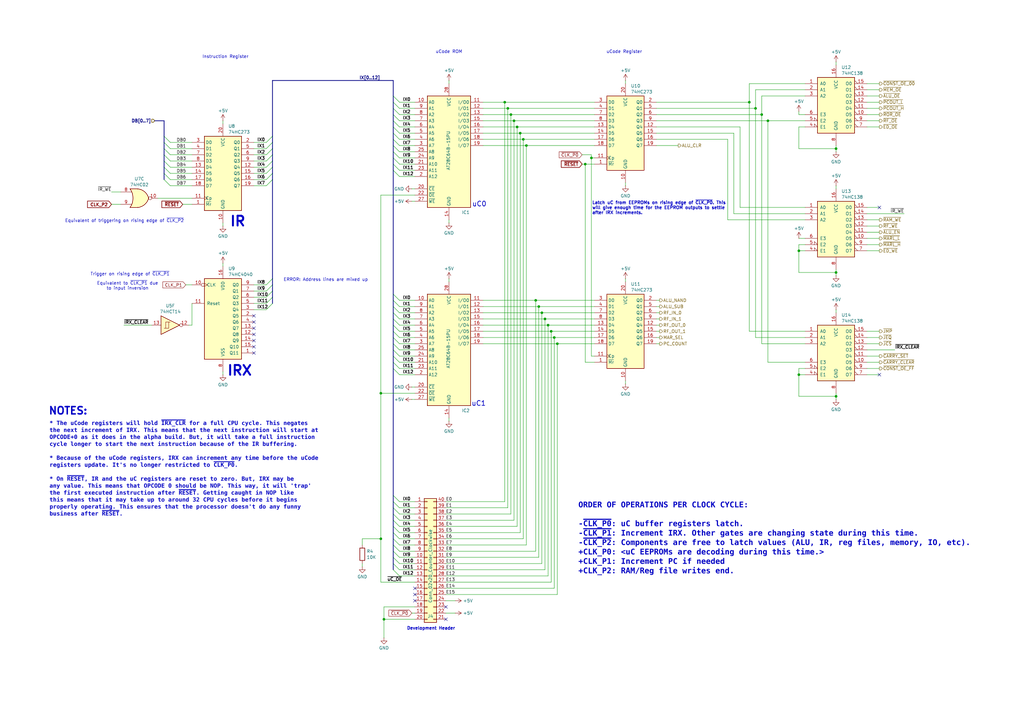
<source format=kicad_sch>
(kicad_sch (version 20231120) (generator "eeschema") (generator_version "8.0")
  (paper "A3")
  (title_block (title "TCPU816") (date "2025-01-31") (rev "1.1") (company "Designed by Kevin Williams - toastland.net") (comment 1 "STILL UNDER DEVELOPMENT"))
  (junction (at 242.57 64.77))
  (junction (at 342.9 162.56))
  (junction (at 223.52 130.81))
  (junction (at 222.25 128.27))
  (junction (at 342.9 111.76))
  (junction (at 312.42 46.99))
  (junction (at 212.09 52.07))
  (junction (at 209.55 46.99))
  (junction (at 307.34 41.91))
  (junction (at 227.33 138.43))
  (junction (at 213.36 54.61))
  (junction (at 327.66 102.87))
  (junction (at 314.96 49.53))
  (junction (at 157.48 254))
  (junction (at 240.03 67.31))
  (junction (at 207.01 41.91))
  (junction (at 219.71 123.19))
  (junction (at 342.9 60.96))
  (junction (at 309.88 44.45))
  (junction (at 215.9 59.69))
  (junction (at 327.66 153.67))
  (junction (at 156.21 161.29))
  (junction (at 208.28 44.45))
  (junction (at 210.82 49.53))
  (junction (at 224.79 133.35))
  (junction (at 226.06 135.89))
  (junction (at 156.21 220.98))
  (junction (at 214.63 57.15))
  (junction (at 220.98 125.73))
  (junction (at 228.6 140.97))
  (no_connect (at 170.18 246.38))
  (no_connect (at 104.14 132.08))
  (no_connect (at 104.14 139.7))
  (no_connect (at 104.14 129.54))
  (no_connect (at 104.14 137.16))
  (no_connect (at 170.18 243.84))
  (no_connect (at 170.18 241.3))
  (no_connect (at 182.88 248.92))
  (no_connect (at 360.68 85.09))
  (no_connect (at 104.14 134.62))
  (no_connect (at 104.14 144.78))
  (no_connect (at 104.14 142.24))
  (no_connect (at 360.68 153.67))
  (no_connect (at 182.88 254))
  (bus_entry (at 161.29 130.81) (size 2.54 2.54))
  (bus_entry (at 161.29 215.9) (size 2.54 2.54))
  (bus_entry (at 161.29 140.97) (size 2.54 2.54))
  (bus_entry (at 161.29 208.28) (size 2.54 2.54))
  (bus_entry (at 67.31 58.42) (size 2.54 2.54))
  (bus_entry (at 161.29 49.53) (size 2.54 2.54))
  (bus_entry (at 161.29 57.15) (size 2.54 2.54))
  (bus_entry (at 67.31 68.58) (size 2.54 2.54))
  (bus_entry (at 109.22 73.66) (size 2.54 -2.54))
  (bus_entry (at 109.22 66.04) (size 2.54 -2.54))
  (bus_entry (at 109.22 58.42) (size 2.54 -2.54))
  (bus_entry (at 161.29 143.51) (size 2.54 2.54))
  (bus_entry (at 161.29 62.23) (size 2.54 2.54))
  (bus_entry (at 161.29 203.2) (size 2.54 2.54))
  (bus_entry (at 161.29 67.31) (size 2.54 2.54))
  (bus_entry (at 161.29 151.13) (size 2.54 2.54))
  (bus_entry (at 161.29 226.06) (size 2.54 2.54))
  (bus_entry (at 161.29 120.65) (size 2.54 2.54))
  (bus_entry (at 67.31 60.96) (size 2.54 2.54))
  (bus_entry (at 67.31 63.5) (size 2.54 2.54))
  (bus_entry (at 161.29 52.07) (size 2.54 2.54))
  (bus_entry (at 109.22 121.92) (size 2.54 -2.54))
  (bus_entry (at 109.22 71.12) (size 2.54 -2.54))
  (bus_entry (at 109.22 68.58) (size 2.54 -2.54))
  (bus_entry (at 67.31 55.88) (size 2.54 2.54))
  (bus_entry (at 161.29 39.37) (size 2.54 2.54))
  (bus_entry (at 161.29 231.14) (size 2.54 2.54))
  (bus_entry (at 109.22 124.46) (size 2.54 -2.54))
  (bus_entry (at 161.29 205.74) (size 2.54 2.54))
  (bus_entry (at 161.29 44.45) (size 2.54 2.54))
  (bus_entry (at 161.29 228.6) (size 2.54 2.54))
  (bus_entry (at 109.22 116.84) (size 2.54 -2.54))
  (bus_entry (at 161.29 220.98) (size 2.54 2.54))
  (bus_entry (at 161.29 218.44) (size 2.54 2.54))
  (bus_entry (at 161.29 64.77) (size 2.54 2.54))
  (bus_entry (at 161.29 69.85) (size 2.54 2.54))
  (bus_entry (at 109.22 119.38) (size 2.54 -2.54))
  (bus_entry (at 161.29 54.61) (size 2.54 2.54))
  (bus_entry (at 161.29 210.82) (size 2.54 2.54))
  (bus_entry (at 67.31 73.66) (size 2.54 2.54))
  (bus_entry (at 161.29 128.27) (size 2.54 2.54))
  (bus_entry (at 161.29 59.69) (size 2.54 2.54))
  (bus_entry (at 161.29 146.05) (size 2.54 2.54))
  (bus_entry (at 161.29 213.36) (size 2.54 2.54))
  (bus_entry (at 109.22 127) (size 2.54 -2.54))
  (bus_entry (at 161.29 41.91) (size 2.54 2.54))
  (bus_entry (at 67.31 71.12) (size 2.54 2.54))
  (bus_entry (at 161.29 138.43) (size 2.54 2.54))
  (bus_entry (at 161.29 233.68) (size 2.54 2.54))
  (bus_entry (at 161.29 125.73) (size 2.54 2.54))
  (bus_entry (at 109.22 60.96) (size 2.54 -2.54))
  (bus_entry (at 67.31 66.04) (size 2.54 2.54))
  (bus_entry (at 109.22 63.5) (size 2.54 -2.54))
  (bus_entry (at 161.29 133.35) (size 2.54 2.54))
  (bus_entry (at 161.29 123.19) (size 2.54 2.54))
  (bus_entry (at 161.29 223.52) (size 2.54 2.54))
  (bus_entry (at 161.29 46.99) (size 2.54 2.54))
  (bus_entry (at 161.29 135.89) (size 2.54 2.54))
  (bus_entry (at 109.22 76.2) (size 2.54 -2.54))
  (bus_entry (at 161.29 148.59) (size 2.54 2.54))
  (wire (pts (xy 64.77 81.28) (xy 78.74 81.28)))
  (wire (pts (xy 163.83 133.35) (xy 170.18 133.35)))
  (bus (pts (xy 161.29 208.28) (xy 161.29 210.82)))
  (wire (pts (xy 198.12 46.99) (xy 209.55 46.99)))
  (bus (pts (xy 161.29 203.2) (xy 161.29 205.74)))
  (wire (pts (xy 45.72 78.74) (xy 49.53 78.74)))
  (wire (pts (xy 238.76 67.31) (xy 240.03 67.31)))
  (wire (pts (xy 215.9 223.52) (xy 182.88 223.52)))
  (wire (pts (xy 312.42 46.99) (xy 312.42 39.37)))
  (wire (pts (xy 227.33 138.43) (xy 243.84 138.43)))
  (wire (pts (xy 269.24 130.81) (xy 270.51 130.81)))
  (bus (pts (xy 161.29 62.23) (xy 161.29 59.69)))
  (wire (pts (xy 222.25 231.14) (xy 222.25 128.27)))
  (wire (pts (xy 184.15 114.3) (xy 184.15 115.57)))
  (wire (pts (xy 163.83 44.45) (xy 170.18 44.45)))
  (wire (pts (xy 269.24 49.53) (xy 314.96 49.53)))
  (wire (pts (xy 168.91 158.75) (xy 170.18 158.75)))
  (wire (pts (xy 269.24 44.45) (xy 309.88 44.45)))
  (wire (pts (xy 163.83 72.39) (xy 170.18 72.39)))
  (wire (pts (xy 163.83 215.9) (xy 170.18 215.9)))
  (bus (pts (xy 161.29 135.89) (xy 161.29 133.35)))
  (wire (pts (xy 69.85 68.58) (xy 78.74 68.58)))
  (wire (pts (xy 215.9 59.69) (xy 243.84 59.69)))
  (wire (pts (xy 220.98 228.6) (xy 220.98 125.73)))
  (wire (pts (xy 342.9 111.76) (xy 342.9 113.03)))
  (wire (pts (xy 198.12 59.69) (xy 215.9 59.69)))
  (wire (pts (xy 355.6 135.89) (xy 360.68 135.89)))
  (wire (pts (xy 222.25 128.27) (xy 243.84 128.27)))
  (wire (pts (xy 208.28 44.45) (xy 208.28 208.28)))
  (wire (pts (xy 342.9 25.4) (xy 342.9 26.67)))
  (wire (pts (xy 163.83 67.31) (xy 170.18 67.31)))
  (wire (pts (xy 156.21 238.76) (xy 170.18 238.76)))
  (wire (pts (xy 330.2 90.17) (xy 298.45 90.17)))
  (bus (pts (xy 161.29 133.35) (xy 161.29 130.81)))
  (wire (pts (xy 219.71 123.19) (xy 243.84 123.19)))
  (wire (pts (xy 223.52 130.81) (xy 243.84 130.81)))
  (wire (pts (xy 307.34 34.29) (xy 330.2 34.29)))
  (wire (pts (xy 157.48 254) (xy 170.18 254)))
  (bus (pts (xy 161.29 226.06) (xy 161.29 228.6)))
  (bus (pts (xy 161.29 205.74) (xy 161.29 208.28)))
  (wire (pts (xy 227.33 241.3) (xy 227.33 138.43)))
  (wire (pts (xy 298.45 90.17) (xy 298.45 57.15)))
  (wire (pts (xy 163.83 46.99) (xy 170.18 46.99)))
  (wire (pts (xy 198.12 123.19) (xy 219.71 123.19)))
  (wire (pts (xy 91.44 107.95) (xy 91.44 109.22)))
  (wire (pts (xy 207.01 41.91) (xy 207.01 205.74)))
  (bus (pts (xy 67.31 73.66) (xy 67.31 71.12)))
  (bus (pts (xy 161.29 151.13) (xy 161.29 203.2)))
  (wire (pts (xy 104.14 71.12) (xy 109.22 71.12)))
  (wire (pts (xy 163.83 140.97) (xy 170.18 140.97)))
  (wire (pts (xy 104.14 60.96) (xy 109.22 60.96)))
  (wire (pts (xy 198.12 133.35) (xy 224.79 133.35)))
  (wire (pts (xy 163.83 135.89) (xy 170.18 135.89)))
  (wire (pts (xy 163.83 62.23) (xy 170.18 62.23)))
  (wire (pts (xy 198.12 54.61) (xy 213.36 54.61)))
  (wire (pts (xy 69.85 60.96) (xy 78.74 60.96)))
  (wire (pts (xy 243.84 64.77) (xy 242.57 64.77)))
  (wire (pts (xy 355.6 49.53) (xy 360.68 49.53)))
  (wire (pts (xy 182.88 238.76) (xy 226.06 238.76)))
  (wire (pts (xy 163.83 233.68) (xy 170.18 233.68)))
  (wire (pts (xy 355.6 95.25) (xy 360.68 95.25)))
  (wire (pts (xy 163.83 146.05) (xy 170.18 146.05)))
  (wire (pts (xy 269.24 46.99) (xy 312.42 46.99)))
  (wire (pts (xy 208.28 44.45) (xy 243.84 44.45)))
  (wire (pts (xy 74.93 83.82) (xy 78.74 83.82)))
  (bus (pts (xy 67.31 68.58) (xy 67.31 66.04)))
  (wire (pts (xy 303.53 85.09) (xy 303.53 52.07)))
  (wire (pts (xy 163.83 213.36) (xy 170.18 213.36)))
  (wire (pts (xy 256.54 33.02) (xy 256.54 34.29)))
  (wire (pts (xy 314.96 49.53) (xy 330.2 49.53)))
  (wire (pts (xy 327.66 162.56) (xy 327.66 153.67)))
  (wire (pts (xy 198.12 52.07) (xy 212.09 52.07)))
  (bus (pts (xy 161.29 213.36) (xy 161.29 215.9)))
  (wire (pts (xy 342.9 127) (xy 342.9 128.27)))
  (wire (pts (xy 256.54 114.3) (xy 256.54 115.57)))
  (wire (pts (xy 327.66 52.07) (xy 327.66 60.96)))
  (wire (pts (xy 104.14 116.84) (xy 109.22 116.84)))
  (wire (pts (xy 269.24 125.73) (xy 270.51 125.73)))
  (wire (pts (xy 224.79 133.35) (xy 243.84 133.35)))
  (wire (pts (xy 242.57 146.05) (xy 243.84 146.05)))
  (bus (pts (xy 111.76 71.12) (xy 111.76 68.58)))
  (bus (pts (xy 63.5 49.53) (xy 67.31 49.53)))
  (bus (pts (xy 161.29 69.85) (xy 161.29 67.31)))
  (wire (pts (xy 224.79 236.22) (xy 224.79 133.35)))
  (wire (pts (xy 214.63 220.98) (xy 182.88 220.98)))
  (bus (pts (xy 161.29 125.73) (xy 161.29 123.19)))
  (wire (pts (xy 307.34 41.91) (xy 307.34 34.29)))
  (wire (pts (xy 214.63 57.15) (xy 214.63 220.98)))
  (wire (pts (xy 69.85 73.66) (xy 78.74 73.66)))
  (wire (pts (xy 104.14 63.5) (xy 109.22 63.5)))
  (wire (pts (xy 355.6 143.51) (xy 367.03 143.51)))
  (wire (pts (xy 327.66 151.13) (xy 330.2 151.13)))
  (wire (pts (xy 163.83 69.85) (xy 170.18 69.85)))
  (wire (pts (xy 198.12 140.97) (xy 228.6 140.97)))
  (wire (pts (xy 327.66 45.72) (xy 327.66 46.99)))
  (bus (pts (xy 161.29 228.6) (xy 161.29 231.14)))
  (wire (pts (xy 309.88 138.43) (xy 309.88 44.45)))
  (wire (pts (xy 156.21 220.98) (xy 156.21 238.76)))
  (wire (pts (xy 163.83 130.81) (xy 170.18 130.81)))
  (wire (pts (xy 214.63 57.15) (xy 243.84 57.15)))
  (wire (pts (xy 209.55 46.99) (xy 243.84 46.99)))
  (bus (pts (xy 111.76 66.04) (xy 111.76 63.5)))
  (wire (pts (xy 207.01 41.91) (xy 243.84 41.91)))
  (wire (pts (xy 148.59 220.98) (xy 156.21 220.98)))
  (wire (pts (xy 355.6 153.67) (xy 360.68 153.67)))
  (wire (pts (xy 242.57 64.77) (xy 242.57 146.05)))
  (wire (pts (xy 198.12 135.89) (xy 226.06 135.89)))
  (wire (pts (xy 182.88 231.14) (xy 222.25 231.14)))
  (wire (pts (xy 342.9 162.56) (xy 327.66 162.56)))
  (wire (pts (xy 355.6 92.71) (xy 360.68 92.71)))
  (wire (pts (xy 269.24 138.43) (xy 270.51 138.43)))
  (wire (pts (xy 76.2 116.84) (xy 78.74 116.84)))
  (wire (pts (xy 355.6 44.45) (xy 360.68 44.45)))
  (bus (pts (xy 161.29 140.97) (xy 161.29 138.43)))
  (wire (pts (xy 355.6 148.59) (xy 360.68 148.59)))
  (wire (pts (xy 212.09 215.9) (xy 182.88 215.9)))
  (wire (pts (xy 269.24 59.69) (xy 278.13 59.69)))
  (bus (pts (xy 161.29 218.44) (xy 161.29 220.98)))
  (wire (pts (xy 148.59 223.52) (xy 148.59 220.98)))
  (wire (pts (xy 184.15 90.17) (xy 184.15 91.44)))
  (wire (pts (xy 182.88 251.46) (xy 186.69 251.46)))
  (wire (pts (xy 269.24 52.07) (xy 303.53 52.07)))
  (wire (pts (xy 269.24 140.97) (xy 270.51 140.97)))
  (bus (pts (xy 67.31 55.88) (xy 67.31 49.53)))
  (bus (pts (xy 161.29 220.98) (xy 161.29 223.52)))
  (wire (pts (xy 91.44 152.4) (xy 91.44 153.67)))
  (wire (pts (xy 163.83 228.6) (xy 170.18 228.6)))
  (bus (pts (xy 67.31 58.42) (xy 67.31 55.88)))
  (wire (pts (xy 327.66 153.67) (xy 330.2 153.67)))
  (wire (pts (xy 69.85 76.2) (xy 78.74 76.2)))
  (wire (pts (xy 355.6 34.29) (xy 360.68 34.29)))
  (wire (pts (xy 210.82 49.53) (xy 243.84 49.53)))
  (wire (pts (xy 269.24 123.19) (xy 270.51 123.19)))
  (bus (pts (xy 161.29 146.05) (xy 161.29 143.51)))
  (wire (pts (xy 148.59 231.14) (xy 148.59 232.41)))
  (wire (pts (xy 104.14 66.04) (xy 109.22 66.04)))
  (wire (pts (xy 330.2 138.43) (xy 309.88 138.43)))
  (wire (pts (xy 240.03 148.59) (xy 243.84 148.59)))
  (wire (pts (xy 156.21 161.29) (xy 156.21 220.98)))
  (wire (pts (xy 355.6 85.09) (xy 360.68 85.09)))
  (wire (pts (xy 242.57 63.5) (xy 242.57 64.77)))
  (wire (pts (xy 163.83 223.52) (xy 170.18 223.52)))
  (wire (pts (xy 355.6 151.13) (xy 360.68 151.13)))
  (wire (pts (xy 182.88 236.22) (xy 224.79 236.22)))
  (wire (pts (xy 330.2 135.89) (xy 307.34 135.89)))
  (wire (pts (xy 355.6 97.79) (xy 360.68 97.79)))
  (wire (pts (xy 342.9 76.2) (xy 342.9 77.47)))
  (wire (pts (xy 207.01 205.74) (xy 182.88 205.74)))
  (wire (pts (xy 163.83 236.22) (xy 170.18 236.22)))
  (wire (pts (xy 327.66 102.87) (xy 327.66 111.76)))
  (wire (pts (xy 223.52 233.68) (xy 223.52 130.81)))
  (bus (pts (xy 67.31 66.04) (xy 67.31 63.5)))
  (wire (pts (xy 156.21 80.01) (xy 170.18 80.01)))
  (wire (pts (xy 182.88 243.84) (xy 228.6 243.84)))
  (bus (pts (xy 67.31 60.96) (xy 67.31 58.42)))
  (bus (pts (xy 161.29 54.61) (xy 161.29 52.07)))
  (wire (pts (xy 212.09 52.07) (xy 212.09 215.9)))
  (wire (pts (xy 163.83 210.82) (xy 170.18 210.82)))
  (wire (pts (xy 314.96 49.53) (xy 314.96 148.59)))
  (wire (pts (xy 355.6 100.33) (xy 360.68 100.33)))
  (bus (pts (xy 161.29 41.91) (xy 161.29 39.37)))
  (wire (pts (xy 312.42 39.37) (xy 330.2 39.37)))
  (wire (pts (xy 228.6 140.97) (xy 243.84 140.97)))
  (wire (pts (xy 163.83 220.98) (xy 170.18 220.98)))
  (wire (pts (xy 355.6 41.91) (xy 360.68 41.91)))
  (bus (pts (xy 161.29 64.77) (xy 161.29 62.23)))
  (bus (pts (xy 111.76 121.92) (xy 111.76 119.38)))
  (bus (pts (xy 161.29 215.9) (xy 161.29 218.44)))
  (wire (pts (xy 309.88 36.83) (xy 330.2 36.83)))
  (wire (pts (xy 163.83 231.14) (xy 170.18 231.14)))
  (wire (pts (xy 330.2 87.63) (xy 300.99 87.63)))
  (wire (pts (xy 104.14 119.38) (xy 109.22 119.38)))
  (wire (pts (xy 213.36 54.61) (xy 213.36 218.44)))
  (wire (pts (xy 198.12 128.27) (xy 222.25 128.27)))
  (wire (pts (xy 163.83 123.19) (xy 170.18 123.19)))
  (wire (pts (xy 342.9 162.56) (xy 342.9 163.83)))
  (wire (pts (xy 307.34 135.89) (xy 307.34 41.91)))
  (wire (pts (xy 50.8 133.35) (xy 62.23 133.35)))
  (wire (pts (xy 342.9 62.23) (xy 342.9 60.96)))
  (bus (pts (xy 111.76 33.02) (xy 161.29 33.02)))
  (wire (pts (xy 45.72 83.82) (xy 49.53 83.82)))
  (wire (pts (xy 182.88 246.38) (xy 186.69 246.38)))
  (wire (pts (xy 168.91 251.46) (xy 170.18 251.46)))
  (wire (pts (xy 327.66 100.33) (xy 327.66 102.87)))
  (wire (pts (xy 327.66 102.87) (xy 330.2 102.87)))
  (wire (pts (xy 182.88 241.3) (xy 227.33 241.3)))
  (wire (pts (xy 256.54 74.93) (xy 256.54 76.2)))
  (wire (pts (xy 104.14 124.46) (xy 109.22 124.46)))
  (bus (pts (xy 161.29 148.59) (xy 161.29 146.05)))
  (wire (pts (xy 198.12 130.81) (xy 223.52 130.81)))
  (wire (pts (xy 355.6 46.99) (xy 360.68 46.99)))
  (wire (pts (xy 168.91 82.55) (xy 170.18 82.55)))
  (wire (pts (xy 309.88 44.45) (xy 309.88 36.83)))
  (wire (pts (xy 355.6 39.37) (xy 360.68 39.37)))
  (wire (pts (xy 104.14 73.66) (xy 109.22 73.66)))
  (wire (pts (xy 198.12 41.91) (xy 207.01 41.91)))
  (wire (pts (xy 198.12 44.45) (xy 208.28 44.45)))
  (bus (pts (xy 161.29 128.27) (xy 161.29 125.73)))
  (wire (pts (xy 215.9 59.69) (xy 215.9 223.52)))
  (wire (pts (xy 91.44 91.44) (xy 91.44 92.71)))
  (wire (pts (xy 327.66 111.76) (xy 342.9 111.76)))
  (wire (pts (xy 157.48 248.92) (xy 157.48 254)))
  (wire (pts (xy 104.14 76.2) (xy 109.22 76.2)))
  (bus (pts (xy 111.76 73.66) (xy 111.76 71.12)))
  (wire (pts (xy 210.82 49.53) (xy 210.82 213.36)))
  (wire (pts (xy 163.83 52.07) (xy 170.18 52.07)))
  (bus (pts (xy 161.29 44.45) (xy 161.29 41.91)))
  (wire (pts (xy 226.06 238.76) (xy 226.06 135.89)))
  (wire (pts (xy 330.2 85.09) (xy 303.53 85.09)))
  (bus (pts (xy 161.29 210.82) (xy 161.29 213.36)))
  (wire (pts (xy 256.54 156.21) (xy 256.54 157.48)))
  (wire (pts (xy 163.83 54.61) (xy 170.18 54.61)))
  (wire (pts (xy 69.85 71.12) (xy 78.74 71.12)))
  (wire (pts (xy 327.66 97.79) (xy 330.2 97.79)))
  (bus (pts (xy 161.29 143.51) (xy 161.29 140.97)))
  (wire (pts (xy 327.66 153.67) (xy 327.66 151.13)))
  (wire (pts (xy 327.66 46.99) (xy 330.2 46.99)))
  (wire (pts (xy 163.83 205.74) (xy 170.18 205.74)))
  (wire (pts (xy 163.83 59.69) (xy 170.18 59.69)))
  (wire (pts (xy 269.24 54.61) (xy 300.99 54.61)))
  (wire (pts (xy 163.83 208.28) (xy 170.18 208.28)))
  (wire (pts (xy 182.88 228.6) (xy 220.98 228.6)))
  (wire (pts (xy 69.85 58.42) (xy 78.74 58.42)))
  (bus (pts (xy 161.29 67.31) (xy 161.29 64.77)))
  (wire (pts (xy 104.14 68.58) (xy 109.22 68.58)))
  (wire (pts (xy 209.55 210.82) (xy 182.88 210.82)))
  (wire (pts (xy 269.24 135.89) (xy 270.51 135.89)))
  (wire (pts (xy 240.03 67.31) (xy 240.03 148.59)))
  (bus (pts (xy 67.31 71.12) (xy 67.31 68.58)))
  (bus (pts (xy 111.76 68.58) (xy 111.76 66.04)))
  (bus (pts (xy 161.29 231.14) (xy 161.29 233.68)))
  (wire (pts (xy 213.36 218.44) (xy 182.88 218.44)))
  (wire (pts (xy 157.48 261.62) (xy 157.48 254)))
  (wire (pts (xy 327.66 52.07) (xy 330.2 52.07)))
  (bus (pts (xy 111.76 124.46) (xy 111.76 121.92)))
  (wire (pts (xy 156.21 161.29) (xy 156.21 80.01)))
  (bus (pts (xy 161.29 223.52) (xy 161.29 226.06)))
  (wire (pts (xy 170.18 161.29) (xy 156.21 161.29)))
  (wire (pts (xy 198.12 49.53) (xy 210.82 49.53)))
  (wire (pts (xy 198.12 57.15) (xy 214.63 57.15)))
  (bus (pts (xy 67.31 63.5) (xy 67.31 60.96)))
  (bus (pts (xy 161.29 57.15) (xy 161.29 54.61)))
  (wire (pts (xy 182.88 233.68) (xy 223.52 233.68)))
  (wire (pts (xy 355.6 138.43) (xy 360.68 138.43)))
  (bus (pts (xy 111.76 114.3) (xy 111.76 73.66)))
  (bus (pts (xy 111.76 63.5) (xy 111.76 60.96)))
  (bus (pts (xy 111.76 33.02) (xy 111.76 55.88)))
  (wire (pts (xy 198.12 125.73) (xy 220.98 125.73)))
  (wire (pts (xy 269.24 57.15) (xy 298.45 57.15)))
  (wire (pts (xy 163.83 218.44) (xy 170.18 218.44)))
  (wire (pts (xy 342.9 161.29) (xy 342.9 162.56)))
  (wire (pts (xy 342.9 111.76) (xy 342.9 110.49)))
  (wire (pts (xy 330.2 140.97) (xy 312.42 140.97)))
  (wire (pts (xy 243.84 67.31) (xy 240.03 67.31)))
  (bus (pts (xy 111.76 116.84) (xy 111.76 114.3)))
  (wire (pts (xy 220.98 125.73) (xy 243.84 125.73)))
  (wire (pts (xy 163.83 41.91) (xy 170.18 41.91)))
  (wire (pts (xy 330.2 100.33) (xy 327.66 100.33)))
  (wire (pts (xy 104.14 58.42) (xy 109.22 58.42)))
  (wire (pts (xy 213.36 54.61) (xy 243.84 54.61)))
  (wire (pts (xy 69.85 63.5) (xy 78.74 63.5)))
  (bus (pts (xy 161.29 39.37) (xy 161.29 33.02)))
  (wire (pts (xy 163.83 151.13) (xy 170.18 151.13)))
  (wire (pts (xy 210.82 213.36) (xy 182.88 213.36)))
  (wire (pts (xy 78.74 133.35) (xy 78.74 124.46)))
  (bus (pts (xy 161.29 59.69) (xy 161.29 57.15)))
  (wire (pts (xy 208.28 208.28) (xy 182.88 208.28)))
  (wire (pts (xy 212.09 52.07) (xy 243.84 52.07)))
  (wire (pts (xy 300.99 87.63) (xy 300.99 54.61)))
  (wire (pts (xy 269.24 133.35) (xy 270.51 133.35)))
  (bus (pts (xy 161.29 52.07) (xy 161.29 49.53)))
  (wire (pts (xy 219.71 123.19) (xy 219.71 226.06)))
  (wire (pts (xy 327.66 60.96) (xy 342.9 60.96)))
  (wire (pts (xy 104.14 121.92) (xy 109.22 121.92)))
  (wire (pts (xy 69.85 66.04) (xy 78.74 66.04)))
  (wire (pts (xy 168.91 77.47) (xy 170.18 77.47)))
  (wire (pts (xy 355.6 52.07) (xy 360.68 52.07)))
  (wire (pts (xy 104.14 127) (xy 109.22 127)))
  (wire (pts (xy 163.83 153.67) (xy 170.18 153.67)))
  (bus (pts (xy 111.76 60.96) (xy 111.76 58.42)))
  (wire (pts (xy 163.83 143.51) (xy 170.18 143.51)))
  (wire (pts (xy 91.44 49.53) (xy 91.44 50.8)))
  (wire (pts (xy 228.6 140.97) (xy 228.6 243.84)))
  (wire (pts (xy 163.83 64.77) (xy 170.18 64.77)))
  (wire (pts (xy 355.6 87.63) (xy 370.84 87.63)))
  (wire (pts (xy 163.83 57.15) (xy 170.18 57.15)))
  (wire (pts (xy 163.83 125.73) (xy 170.18 125.73)))
  (wire (pts (xy 226.06 135.89) (xy 243.84 135.89)))
  (wire (pts (xy 209.55 46.99) (xy 209.55 210.82)))
  (wire (pts (xy 269.24 128.27) (xy 270.51 128.27)))
  (wire (pts (xy 163.83 148.59) (xy 170.18 148.59)))
  (wire (pts (xy 163.83 226.06) (xy 170.18 226.06)))
  (wire (pts (xy 312.42 140.97) (xy 312.42 46.99)))
  (wire (pts (xy 355.6 102.87) (xy 360.68 102.87)))
  (wire (pts (xy 355.6 140.97) (xy 360.68 140.97)))
  (wire (pts (xy 163.83 49.53) (xy 170.18 49.53)))
  (wire (pts (xy 168.91 163.83) (xy 170.18 163.83)))
  (wire (pts (xy 184.15 171.45) (xy 184.15 172.72)))
  (bus (pts (xy 161.29 138.43) (xy 161.29 135.89)))
  (wire (pts (xy 269.24 41.91) (xy 307.34 41.91)))
  (wire (pts (xy 355.6 146.05) (xy 360.68 146.05)))
  (wire (pts (xy 342.9 60.96) (xy 342.9 59.69)))
  (wire (pts (xy 198.12 138.43) (xy 227.33 138.43)))
  (bus (pts (xy 161.29 130.81) (xy 161.29 128.27)))
  (bus (pts (xy 161.29 151.13) (xy 161.29 148.59)))
  (bus (pts (xy 161.29 123.19) (xy 161.29 120.65)))
  (wire (pts (xy 184.15 33.02) (xy 184.15 34.29)))
  (bus (pts (xy 111.76 58.42) (xy 111.76 55.88)))
  (wire (pts (xy 157.48 248.92) (xy 170.18 248.92)))
  (bus (pts (xy 161.29 46.99) (xy 161.29 44.45)))
  (wire (pts (xy 355.6 90.17) (xy 360.68 90.17)))
  (wire (pts (xy 314.96 148.59) (xy 330.2 148.59)))
  (wire (pts (xy 163.83 138.43) (xy 170.18 138.43)))
  (wire (pts (xy 219.71 226.06) (xy 182.88 226.06)))
  (wire (pts (xy 355.6 36.83) (xy 360.68 36.83)))
  (bus (pts (xy 161.29 120.65) (xy 161.29 69.85)))
  (wire (pts (xy 77.47 133.35) (xy 78.74 133.35)))
  (wire (pts (xy 163.83 128.27) (xy 170.18 128.27)))
  (bus (pts (xy 111.76 119.38) (xy 111.76 116.84)))
  (wire (pts (xy 238.76 63.5) (xy 242.57 63.5)))
  (bus (pts (xy 161.29 49.53) (xy 161.29 46.99)))
  (text "uC0" (at 196.596 83.82 0) (effects (font (size 2 2) (thickness 0.254) (bold yes))))
  (text "IR" (at 97.536 90.932 0) (effects (font (size 4 4) (thickness 0.8) (bold yes))))
  (text "IRX\n" (at 98.298 152.146 0) (effects (font (size 4 4) (thickness 0.8) (bold yes))))
  (text "Development Header" (at 176.784 257.81 0) (effects (font (size 1.27 1.27) (bold yes))))
  (text "Equivalent to ~{CLK_P1} due\nto input inversion" (at 52.324 117.348 0) (effects (font (size 1.27 1.27))))
  (text "Instruction Register" (at 92.456 23.368 0) (effects (font (size 1.27 1.27))))
  (text "Trigger on rising edge of ~{CLK_P1}" (at 53.34 112.522 0) (effects (font (size 1.27 1.27))))
  (text "* The uCode registers will hold ~{IRX_CLR} for a full CPU cycle. This negates\nthe next increment of IRX. This means that the next instruction will start at \nOPCODE+0 as it does in the alpha build. But, it will take a full instruction\ncycle longer to start the next instruction because of the IR buffering.\n\n* Because of the uCode registers, IRX can increment any time before the uCode\nregisters update. It's no longer restricted to ~{CLK_P0}.\n\n* On ~{RESET}, IR and the uC registers are reset to zero. But, IRX may be\nany value. This means that OPCODE 0 should be NOP. This way, it will 'trap'\nthe first executed instruction after ~{RESET}. Getting caught in NOP like \nthis means that it may take up to around 32 CPU cycles before it begins\nproperly operating. This ensures that the processor doesn't do any funny\nbusiness after ~{RESET}." (at 20.32 193.04 0) (effects (font (size 1.7 1.7) (thickness 0.34) (bold yes)) (justify left)))
  (text "ORDER OF OPERATIONS PER CLOCK CYCLE:\n\n-~{CLK_P0}: uC buffer registers latch.\n-~{CLK_P1}: Increment IRX. Other gates are changing state during this time.\n-~{CLK_P2}: Components are free to latch values (ALU, IR, reg files, memory, IO, etc).\n+CLK_P0: <uC EEPROMs are decoding during this time.>\n+CLK_P1: Increment PC if needed\n+CLK_P2: RAM/Reg file writes end." (at 237.236 221.488 0) (effects (font (size 2.3 2.3) (bold yes)) (justify left)))
  (text "uCode Register" (at 256.032 21.336 0) (effects (font (size 1.27 1.27))))
  (text "uC1" (at 196.342 165.608 0) (effects (font (size 2 2) (thickness 0.254) (bold yes))))
  (text "uCode ROM" (at 184.15 21.336 0) (effects (font (size 1.27 1.27))))
  (text "NOTES:" (at 27.94 168.656 0) (effects (font (size 3 3) (thickness 0.6) (bold yes))))
  (text "Latch uC from EEPROMs on rising edge of ~{CLK_P0}. This\nwill give enough time for the EEPROM outputs to settle\nafter IRX increments." (at 242.824 85.344 0) (effects (font (size 1.27 1.27) (bold yes)) (justify left)))
  (text "ERROR: Address lines are mixed up" (at 133.604 114.808 0) (effects (font (size 1.27 1.27))))
  (text "Equivalent of triggering on rising edge of ~{CLK_P2}" (at 51.054 90.678 0) (effects (font (size 1.27 1.27))))
  (label "IX[0..12]" (at 147.32 33.02 0) (effects (font (bold yes))))
  (label "IX2" (at 165.1 46.99 0) (effects (font (bold yes))))
  (label "IX4" (at 165.1 52.07 0) (effects (font (bold yes))))
  (label "E15" (at 182.88 243.84 0))
  (label "DB2" (at 72.39 63.5 0))
  (label "IX12" (at 165.1 236.22 0) (effects (font (bold yes))))
  (label "E2" (at 182.88 210.82 0))
  (label "DB3" (at 72.39 66.04 0))
  (label "E5" (at 182.88 218.44 0))
  (label "DB1" (at 72.39 60.96 0))
  (label "~{IRX_CLEAR}" (at 50.8 133.35 0) (effects (font (bold yes))))
  (label "IX8" (at 165.1 62.23 0) (effects (font (bold yes))))
  (label "E11" (at 182.88 233.68 0))
  (label "IX3" (at 105.41 66.04 0) (effects (font (bold yes))))
  (label "IX12" (at 165.1 153.67 0) (effects (font (bold yes))))
  (label "IX8" (at 105.41 116.84 0) (effects (font (bold yes))))
  (label "IX0" (at 165.1 41.91 0) (effects (font (bold yes))))
  (label "IX1" (at 165.1 44.45 0) (effects (font (bold yes))))
  (label "E4" (at 182.88 215.9 0))
  (label "E12" (at 182.88 236.22 0))
  (label "IX9" (at 165.1 64.77 0) (effects (font (bold yes))))
  (label "IX3" (at 165.1 213.36 0) (effects (font (bold yes))))
  (label "IX2" (at 165.1 128.27 0) (effects (font (bold yes))))
  (label "IX5" (at 165.1 135.89 0) (effects (font (bold yes))))
  (label "DB5" (at 72.39 71.12 0))
  (label "IX9" (at 165.1 228.6 0) (effects (font (bold yes))))
  (label "IX6" (at 105.41 73.66 0) (effects (font (bold yes))))
  (label "IX7" (at 165.1 59.69 0) (effects (font (bold yes))))
  (label "IX1" (at 165.1 125.73 0) (effects (font (bold yes))))
  (label "IX3" (at 165.1 130.81 0) (effects (font (bold yes))))
  (label "DB6" (at 72.39 73.66 0))
  (label "IX2" (at 105.41 63.5 0) (effects (font (bold yes))))
  (label "~{IR_WE}" (at 45.72 78.74 180))
  (label "E8" (at 182.88 226.06 0))
  (label "E0" (at 182.88 205.74 0))
  (label "IX10" (at 165.1 67.31 0) (effects (font (bold yes))))
  (label "IX2" (at 165.1 210.82 0) (effects (font (bold yes))))
  (label "IX3" (at 165.1 49.53 0) (effects (font (bold yes))))
  (label "E13" (at 182.88 238.76 0))
  (label "E14" (at 182.88 241.3 0))
  (label "IX5" (at 165.1 218.44 0) (effects (font (bold yes))))
  (label "E6" (at 182.88 220.98 0))
  (label "~{IR_WE}" (at 370.84 87.63 180))
  (label "IX10" (at 165.1 231.14 0) (effects (font (bold yes))))
  (label "IX6" (at 165.1 220.98 0) (effects (font (bold yes))))
  (label "IX5" (at 105.41 71.12 0) (effects (font (bold yes))))
  (label "IX0" (at 165.1 123.19 0) (effects (font (bold yes))))
  (label "IX12" (at 105.41 127 0) (effects (font (bold yes))))
  (label "IX1" (at 105.41 60.96 0) (effects (font (bold yes))))
  (label "IX11" (at 165.1 69.85 0) (effects (font (bold yes))))
  (label "E9" (at 182.88 228.6 0))
  (label "IX0" (at 105.41 58.42 0) (effects (font (bold yes))))
  (label "IX5" (at 165.1 54.61 0) (effects (font (bold yes))))
  (label "E7" (at 182.88 223.52 0))
  (label "E3" (at 182.88 213.36 0))
  (label "IX9" (at 105.41 119.38 0) (effects (font (bold yes))))
  (label "DB7" (at 72.39 76.2 0))
  (label "~{uC_OE}" (at 158.75 238.76 0) (effects (font (thickness 0.254) (bold yes))))
  (label "E10" (at 182.88 231.14 0))
  (label "IX6" (at 165.1 138.43 0) (effects (font (bold yes))))
  (label "IX4" (at 105.41 68.58 0) (effects (font (bold yes))))
  (label "IX11" (at 105.41 124.46 0) (effects (font (bold yes))))
  (label "IX9" (at 165.1 146.05 0) (effects (font (bold yes))))
  (label "IX11" (at 165.1 151.13 0) (effects (font (bold yes))))
  (label "IX4" (at 165.1 133.35 0) (effects (font (bold yes))))
  (label "IX1" (at 165.1 208.28 0) (effects (font (bold yes))))
  (label "IX7" (at 165.1 223.52 0) (effects (font (bold yes))))
  (label "DB4" (at 72.39 68.58 0))
  (label "IX0" (at 165.1 205.74 0) (effects (font (bold yes))))
  (label "E1" (at 182.88 208.28 0))
  (label "IX10" (at 165.1 148.59 0) (effects (font (bold yes))))
  (label "IX7" (at 105.41 76.2 0) (effects (font (bold yes))))
  (label "IX7" (at 165.1 140.97 0) (effects (font (bold yes))))
  (label "IX12" (at 165.1 72.39 0) (effects (font (bold yes))))
  (label "IX6" (at 165.1 57.15 0) (effects (font (bold yes))))
  (label "IX10" (at 105.41 121.92 0) (effects (font (bold yes))))
  (label "~{IRX_CLEAR}" (at 367.03 143.51 0) (effects (font (bold yes))))
  (label "IX11" (at 165.1 233.68 0) (effects (font (bold yes))))
  (label "IX8" (at 165.1 226.06 0) (effects (font (bold yes))))
  (label "IX8" (at 165.1 143.51 0) (effects (font (bold yes))))
  (label "IX4" (at 165.1 215.9 0) (effects (font (bold yes))))
  (label "DB0" (at 72.39 58.42 0))
  (global_label "~{CLK_P0}" (shape input) (at 238.76 63.5 180) (property "Intersheetrefs" "${INTERSHEET_REFS}" (effects (hide yes))))
  (global_label "~{CLK_P0}" (shape input) (at 168.91 251.46 180) (property "Intersheetrefs" "${INTERSHEET_REFS}" (effects (hide yes))))
  (global_label "~{RESET}" (shape input) (at 238.76 67.31 180) (effects (font (bold yes))) (property "Intersheetrefs" "${INTERSHEET_REFS}" (effects (hide yes))))
  (global_label "~{RESET}" (shape input) (at 74.93 83.82 180) (effects (font (bold yes))) (property "Intersheetrefs" "${INTERSHEET_REFS}" (effects (hide yes))))
  (global_label "CLK_P1" (shape input) (at 76.2 116.84 180) (property "Intersheetrefs" "${INTERSHEET_REFS}" (effects (hide yes))))
  (global_label "CLK_P2" (shape input) (at 45.72 83.82 180) (effects (font (thickness 0.254) (bold yes))) (property "Intersheetrefs" "${INTERSHEET_REFS}" (effects (hide yes))))
  (hierarchical_label "~{~{MARL_L}}" (shape output) (at 360.68 97.79 0))
  (hierarchical_label "~{RF_WE}" (shape output) (at 360.68 92.71 0))
  (hierarchical_label "~{MEM_OE}" (shape output) (at 360.68 36.83 0))
  (hierarchical_label "~{~{MARL_H}}" (shape output) (at 360.68 100.33 0))
  (hierarchical_label "RF_OUT_1" (shape output) (at 270.51 135.89 0))
  (hierarchical_label "~{JCS}" (shape output) (at 360.68 140.97 0))
  (hierarchical_label "~{ROR_OE}" (shape output) (at 360.68 46.99 0))
  (hierarchical_label "MAR_SEL" (shape output) (at 270.51 138.43 0))
  (hierarchical_label "ALU_CLR" (shape output) (at 278.13 59.69 0))
  (hierarchical_label "~{JMP}" (shape output) (at 360.68 135.89 0))
  (hierarchical_label "RF_IN_1" (shape output) (at 270.51 130.81 0))
  (hierarchical_label "ALU_NAND" (shape output) (at 270.51 123.19 0))
  (hierarchical_label "~{ALU_EN}" (shape output) (at 360.68 95.25 0))
  (hierarchical_label "RF_IN_0" (shape output) (at 270.51 128.27 0))
  (hierarchical_label "~{RF_OE}" (shape output) (at 360.68 49.53 0))
  (hierarchical_label "~{RAM_WE}" (shape output) (at 360.68 90.17 0))
  (hierarchical_label "~{CARRY_CLEAR}" (shape output) (at 360.68 148.59 0))
  (hierarchical_label "~{CARRY_SET}" (shape output) (at 360.68 146.05 0))
  (hierarchical_label "~{ED_WE}" (shape output) (at 360.68 102.87 0))
  (hierarchical_label "~{ED_OE}" (shape output) (at 360.68 52.07 0))
  (hierarchical_label "~{PCOUT_L}" (shape output) (at 360.68 41.91 0))
  (hierarchical_label "ALU_SUB" (shape output) (at 270.51 125.73 0))
  (hierarchical_label "~{JEQ}" (shape output) (at 360.68 138.43 0))
  (hierarchical_label "~{CONST_OE_FF}" (shape output) (at 360.68 151.13 0) (effects (font (thickness 0.1588))))
  (hierarchical_label "~{ALU_OE}" (shape output) (at 360.68 39.37 0))
  (hierarchical_label "~{PCOUT_H}" (shape output) (at 360.68 44.45 0))
  (hierarchical_label "~{CONST_OE_00}" (shape output) (at 360.68 34.29 0) (effects (font (thickness 0.1588))))
  (hierarchical_label "DB[0..7]" (shape input) (at 63.5 49.53 180) (effects (font (thickness 0.254) (bold yes))))
  (hierarchical_label "RF_OUT_0" (shape output) (at 270.51 133.35 0))
  (hierarchical_label "PC_COUNT" (shape output) (at 270.51 140.97 0))
  (symbol (lib_id "power:GND") (at 148.59 232.41 0) (unit 1)
    (property "Reference" "#PWR020" (effects (hide yes)))
    (property "Value" "GND" (at 148.59 236.5431 0))
    (property "Description" "Power symbol creates a global label with name \"GND\" , ground" (effects (hide yes)))
  )
  (symbol (lib_id "power:+5V") (at 342.9 25.4 0) (unit 1)
    (property "Reference" "#PWR034" (effects (hide yes)))
    (property "Value" "+5V" (at 342.9 21.2669 0))
    (property "Description" "Power symbol creates a global label with name \"+5V\"" (effects (hide yes)))
  )
  (symbol (lib_id "74xx:74LS138") (at 342.9 41.91 0) (unit 1)
    (property "Reference" "U12" (at 345.0941 27.6055 0) (effects (justify left)))
    (property "Value" "74HC138" (at 345.0941 30.0298 0) (effects (justify left)))
    (property "Footprint" "Package_DIP:DIP-16_W7.62mm_Socket" (effects (hide yes)))
    (property "Datasheet" "http://www.ti.com/lit/gpn/sn74LS138" (effects (hide yes)))
    (property "Description" "Decoder 3 to 8 active low outputs" (effects (hide yes)))
  )
  (symbol (lib_id "74xx:74HC273") (at 91.44 71.12 0) (unit 1)
    (property "Reference" "U8" (at 93.6341 51.7355 0) (effects (justify left)))
    (property "Value" "74HC273" (at 93.6341 54.1598 0) (effects (justify left)))
    (property "Footprint" "Package_DIP:DIP-20_W7.62mm_Socket" (effects (hide yes)))
    (property "Datasheet" "https://assets.nexperia.com/documents/data-sheet/74HC_HCT273.pdf" (effects (hide yes)))
    (property "Description" "8-bit D Flip-Flop, reset" (effects (hide yes)))
  )
  (symbol (lib_id "power:GND") (at 168.91 77.47 270) (unit 1)
    (property "Reference" "#PWR0130" (effects (hide yes)))
    (property "Value" "GND" (at 165.7351 77.47 90) (effects (justify right)))
    (property "Description" "Power symbol creates a global label with name \"GND\" , ground" (effects (hide yes)))
  )
  (symbol (lib_id "power:GND") (at 168.91 158.75 270) (unit 1)
    (property "Reference" "#PWR0145" (effects (hide yes)))
    (property "Value" "GND" (at 165.7351 158.75 90) (effects (justify right)))
    (property "Description" "Power symbol creates a global label with name \"GND\" , ground" (effects (hide yes)))
  )
  (symbol (lib_id "power:GND") (at 91.44 153.67 0) (unit 1)
    (property "Reference" "#PWR019" (effects (hide yes)))
    (property "Value" "GND" (at 91.44 157.8031 0))
    (property "Description" "Power symbol creates a global label with name \"GND\" , ground" (effects (hide yes)))
  )
  (symbol (lib_id "power:GND") (at 256.54 76.2 0) (unit 1)
    (property "Reference" "#PWR029" (effects (hide yes)))
    (property "Value" "GND" (at 256.54 80.3331 0))
    (property "Description" "Power symbol creates a global label with name \"GND\" , ground" (effects (hide yes)))
  )
  (symbol (lib_id "power:GND") (at 184.15 91.44 0) (unit 1)
    (property "Reference" "#PWR024" (effects (hide yes)))
    (property "Value" "GND" (at 184.15 95.5731 0))
    (property "Description" "Power symbol creates a global label with name \"GND\" , ground" (effects (hide yes)))
  )
  (symbol (lib_id "74xx:74HC14") (at 69.85 133.35 0) (unit 6)
    (property "Reference" "U5" (at 69.85 125.3955 0))
    (property "Value" "74HCT14" (at 69.85 127.8198 0))
    (property "Footprint" "Package_DIP:DIP-14_W7.62mm_Socket" (effects (hide yes)))
    (property "Datasheet" "http://www.ti.com/lit/gpn/sn74HC14" (effects (hide yes)))
    (property "Description" "Hex inverter schmitt trigger" (effects (hide yes)))
  )
  (symbol (lib_id "power:+5V") (at 168.91 163.83 90) (unit 1)
    (property "Reference" "#PWR0146" (effects (hide yes)))
    (property "Value" "+5V" (at 165.7351 163.83 90) (effects (justify left)))
    (property "Description" "Power symbol creates a global label with name \"+5V\"" (effects (hide yes)))
  )
  (symbol (lib_id "74xx:74LS138") (at 342.9 143.51 0) (unit 1)
    (property "Reference" "U14" (at 345.0941 129.2055 0) (effects (justify left)))
    (property "Value" "74HC138" (at 345.0941 131.6298 0) (effects (justify left)))
    (property "Footprint" "Package_DIP:DIP-16_W7.62mm_Socket" (effects (hide yes)))
    (property "Datasheet" "http://www.ti.com/lit/gpn/sn74LS138" (effects (hide yes)))
    (property "Description" "Decoder 3 to 8 active low outputs" (effects (hide yes)))
  )
  (symbol (lib_id "power:+5V") (at 186.69 246.38 270) (unit 1)
    (property "Reference" "#PWR027" (effects (hide yes)))
    (property "Value" "+5V" (at 189.865 246.38 90) (effects (justify left)))
    (property "Description" "Power symbol creates a global label with name \"+5V\"" (effects (hide yes)))
  )
  (symbol (lib_id "power:+5V") (at 91.44 49.53 0) (unit 1)
    (property "Reference" "#PWR016" (effects (hide yes)))
    (property "Value" "+5V" (at 91.44 45.3969 0))
    (property "Description" "Power symbol creates a global label with name \"+5V\"" (effects (hide yes)))
  )
  (symbol (lib_id "Device:R") (at 148.59 227.33 0) (unit 1)
    (property "Reference" "R4" (at 150.368 226.1178 0) (effects (justify left)))
    (property "Value" "10K" (at 150.368 228.5421 0) (effects (justify left)))
    (property "Footprint" "Resistor_THT:R_Axial_DIN0207_L6.3mm_D2.5mm_P7.62mm_Horizontal" (effects (hide yes)))
    (property "Description" "Resistor" (effects (hide yes)))
  )
  (symbol (lib_id "power:GND") (at 91.44 92.71 0) (unit 1)
    (property "Reference" "#PWR017" (effects (hide yes)))
    (property "Value" "GND" (at 91.44 96.8431 0))
    (property "Description" "Power symbol creates a global label with name \"GND\" , ground" (effects (hide yes)))
  )
  (symbol (lib_id "74xx:74HC273") (at 256.54 54.61 0) (unit 1)
    (property "Reference" "U10" (at 258.7341 35.2255 0) (effects (justify left)))
    (property "Value" "74HC273" (at 258.7341 37.6498 0) (effects (justify left)))
    (property "Footprint" "Package_DIP:DIP-20_W7.62mm_Socket" (effects (hide yes)))
    (property "Datasheet" "https://assets.nexperia.com/documents/data-sheet/74HC_HCT273.pdf" (effects (hide yes)))
    (property "Description" "8-bit D Flip-Flop, reset" (effects (hide yes)))
  )
  (symbol (lib_id "4xxx:4040") (at 91.44 129.54 0) (unit 1)
    (property "Reference" "U9" (at 93.6341 110.1555 0) (effects (justify left)))
    (property "Value" "74HC4040" (at 93.6341 112.5798 0) (effects (justify left)))
    (property "Footprint" "Package_DIP:DIP-16_W7.62mm_Socket" (effects (hide yes)))
    (property "Datasheet" "http://www.intersil.com/content/dam/Intersil/documents/cd40/cd4020bms-24bms-40bms.pdf" (effects (hide yes)))
    (property "Description" "Binary Counter 12 stages (Asynchronous)" (effects (hide yes)))
  )
  (symbol (lib_id "power:GND") (at 157.48 261.62 0) (unit 1)
    (property "Reference" "#PWR022" (effects (hide yes)))
    (property "Value" "GND" (at 157.48 265.7531 0))
    (property "Description" "Power symbol creates a global label with name \"GND\" , ground" (effects (hide yes)))
  )
  (symbol (lib_id "power:+5V") (at 168.91 82.55 90) (unit 1)
    (property "Reference" "#PWR021" (effects (hide yes)))
    (property "Value" "+5V" (at 165.7351 82.55 90) (effects (justify left)))
    (property "Description" "Power symbol creates a global label with name \"+5V\"" (effects (hide yes)))
  )
  (symbol (lib_id "power:GND") (at 184.15 172.72 0) (unit 1)
    (property "Reference" "#PWR026" (effects (hide yes)))
    (property "Value" "GND" (at 184.15 176.8531 0))
    (property "Description" "Power symbol creates a global label with name \"GND\" , ground" (effects (hide yes)))
  )
  (symbol (lib_id "power:+5V") (at 256.54 114.3 0) (unit 1)
    (property "Reference" "#PWR030" (effects (hide yes)))
    (property "Value" "+5V" (at 256.54 110.1669 0))
    (property "Description" "Power symbol creates a global label with name \"+5V\"" (effects (hide yes)))
  )
  (symbol (lib_id "power:+5V") (at 184.15 33.02 0) (unit 1)
    (property "Reference" "#PWR023" (effects (hide yes)))
    (property "Value" "+5V" (at 184.15 28.8869 0))
    (property "Description" "Power symbol creates a global label with name \"+5V\"" (effects (hide yes)))
  )
  (symbol (lib_id "power:GND") (at 342.9 163.83 0) (unit 1)
    (property "Reference" "#PWR039" (effects (hide yes)))
    (property "Value" "GND" (at 342.9 167.9631 0))
    (property "Description" "Power symbol creates a global label with name \"GND\" , ground" (effects (hide yes)))
  )
  (symbol (lib_id "power:+5V") (at 327.66 97.79 0) (unit 1)
    (property "Reference" "#PWR033" (effects (hide yes)))
    (property "Value" "+5V" (at 327.66 93.6569 0))
    (property "Description" "Power symbol creates a global label with name \"+5V\"" (effects (hide yes)))
  )
  (symbol (lib_id "power:+5V") (at 256.54 33.02 0) (unit 1)
    (property "Reference" "#PWR028" (effects (hide yes)))
    (property "Value" "+5V" (at 256.54 28.8869 0))
    (property "Description" "Power symbol creates a global label with name \"+5V\"" (effects (hide yes)))
  )
  (symbol (lib_id "power:+5V") (at 327.66 45.72 0) (unit 1)
    (property "Reference" "#PWR032" (effects (hide yes)))
    (property "Value" "+5V" (at 327.66 41.5869 0))
    (property "Description" "Power symbol creates a global label with name \"+5V\"" (effects (hide yes)))
  )
  (symbol (lib_id "74xx:74HC273") (at 256.54 135.89 0) (unit 1)
    (property "Reference" "U11" (at 258.7341 116.5055 0) (effects (justify left)))
    (property "Value" "74HC273" (at 258.7341 118.9298 0) (effects (justify left)))
    (property "Footprint" "Package_DIP:DIP-20_W7.62mm_Socket" (effects (hide yes)))
    (property "Datasheet" "https://assets.nexperia.com/documents/data-sheet/74HC_HCT273.pdf" (effects (hide yes)))
    (property "Description" "8-bit D Flip-Flop, reset" (effects (hide yes)))
  )
  (symbol (lib_id "power:GND") (at 256.54 157.48 0) (unit 1)
    (property "Reference" "#PWR031" (effects (hide yes)))
    (property "Value" "GND" (at 256.54 161.6131 0))
    (property "Description" "Power symbol creates a global label with name \"GND\" , ground" (effects (hide yes)))
  )
  (symbol (lib_id "power:+5V") (at 342.9 76.2 0) (unit 1)
    (property "Reference" "#PWR036" (effects (hide yes)))
    (property "Value" "+5V" (at 342.9 72.0669 0))
    (property "Description" "Power symbol creates a global label with name \"+5V\"" (effects (hide yes)))
  )
  (symbol (lib_name "AT28C64B-15PU_1") (lib_id "AT28C64B-15PU:AT28C64B-15PU") (at 170.18 41.91 0) (unit 1)
    (property "Reference" "IC1" (at 191.008 87.122 0))
    (property "Value" "AT28C64B-15PU" (at 183.896 61.722 90))
    (property "Footprint" "Package_DIP:DIP-28_W15.24mm" (effects (hide yes)))
    (property "Datasheet" "http://www.atmel.com/images/doc0270.pdf" (effects (hide yes)))
    (property "Description" "AT28C64B-15PU, Parallel EEPROM Memory 64kbit, Parallel, 150ns 4.5  5.5 V, 28-Pin PDIP" (effects (hide yes)))
    (property "Height" "4.826" (effects (hide yes)))
    (property "Mouser Part Number" "556-AT28C64B15PU" (effects (hide yes)))
    (property "Mouser Price/Stock" "https://www.mouser.co.uk/ProductDetail/Microchip-Technology/AT28C64B-15PU?qs=2VKgqYuc3OvipbcAuBcLow%3D%3D" (effects (hide yes)))
    (property "Manufacturer_Name" "Microchip" (effects (hide yes)))
    (property "Manufacturer_Part_Number" "AT28C64B-15PU" (effects (hide yes)))
  )
  (symbol (lib_id "power:GND") (at 342.9 113.03 0) (unit 1)
    (property "Reference" "#PWR037" (effects (hide yes)))
    (property "Value" "GND" (at 342.9 117.1631 0))
    (property "Description" "Power symbol creates a global label with name \"GND\" , ground" (effects (hide yes)))
  )
  (symbol (lib_id "power:+5V") (at 184.15 114.3 0) (unit 1)
    (property "Reference" "#PWR025" (effects (hide yes)))
    (property "Value" "+5V" (at 184.15 110.1669 0))
    (property "Description" "Power symbol creates a global label with name \"+5V\"" (effects (hide yes)))
  )
  (symbol (lib_id "power:GND") (at 342.9 62.23 0) (unit 1)
    (property "Reference" "#PWR035" (effects (hide yes)))
    (property "Value" "GND" (at 342.9 66.3631 0))
    (property "Description" "Power symbol creates a global label with name \"GND\" , ground" (effects (hide yes)))
  )
  (symbol (lib_id "74xx:74HC02") (at 57.15 81.28 0) (unit 3)
    (property "Reference" "U7" (at 57.15 73.3255 0))
    (property "Value" "74HC02" (at 57.15 75.7498 0))
    (property "Footprint" "Package_DIP:DIP-14_W7.62mm_Socket" (effects (hide yes)))
    (property "Datasheet" "http://www.ti.com/lit/gpn/sn74hc02" (effects (hide yes)))
    (property "Description" "quad 2-input NOR gate" (effects (hide yes)))
  )
  (symbol (lib_id "Connector_Generic:Conn_02x20_Counter_Clockwise") (at 175.26 228.6 0) (unit 1)
    (property "Reference" "J4" (at 176.53 252.73 0))
    (property "Value" "Conn_02x20_Counter_Clockwise" (at 176.53 232.156 90))
    (property "Footprint" "Connector_PinSocket_2.54mm:PinSocket_2x20_P2.54mm_Vertical" (effects (hide yes)))
    (property "Description" "Generic connector, double row, 02x20, counter clockwise pin numbering scheme (similar to DIP package numbering), script generated (kicad-library-utils/schlib/autogen/connector/)" (effects (hide yes)))
  )
  (symbol (lib_id "power:+5V") (at 186.69 251.46 270) (unit 1)
    (property "Reference" "#PWR0147" (effects (hide yes)))
    (property "Value" "+5V" (at 189.865 251.46 90) (effects (justify left)))
    (property "Description" "Power symbol creates a global label with name \"+5V\"" (effects (hide yes)))
  )
  (symbol (lib_id "power:+5V") (at 91.44 107.95 0) (unit 1)
    (property "Reference" "#PWR018" (effects (hide yes)))
    (property "Value" "+5V" (at 91.44 103.8169 0))
    (property "Description" "Power symbol creates a global label with name \"+5V\"" (effects (hide yes)))
  )
  (symbol (lib_id "power:+5V") (at 342.9 127 0) (unit 1)
    (property "Reference" "#PWR038" (effects (hide yes)))
    (property "Value" "+5V" (at 342.9 122.8669 0))
    (property "Description" "Power symbol creates a global label with name \"+5V\"" (effects (hide yes)))
  )
  (symbol (lib_id "74xx:74LS138") (at 342.9 92.71 0) (unit 1)
    (property "Reference" "U13" (at 345.0941 78.4055 0) (effects (justify left)))
    (property "Value" "74HC138" (at 345.0941 80.8298 0) (effects (justify left)))
    (property "Footprint" "Package_DIP:DIP-16_W7.62mm_Socket" (effects (hide yes)))
    (property "Datasheet" "http://www.ti.com/lit/gpn/sn74LS138" (effects (hide yes)))
    (property "Description" "Decoder 3 to 8 active low outputs" (effects (hide yes)))
  )
  (symbol (lib_name "AT28C64B-15PU_1") (lib_id "AT28C64B-15PU:AT28C64B-15PU") (at 170.18 123.19 0) (unit 1)
    (property "Reference" "IC2" (at 191.008 168.402 0))
    (property "Value" "AT28C64B-15PU" (at 183.896 143.002 90))
    (property "Footprint" "Package_DIP:DIP-28_W15.24mm" (effects (hide yes)))
    (property "Datasheet" "http://www.atmel.com/images/doc0270.pdf" (effects (hide yes)))
    (property "Description" "AT28C64B-15PU, Parallel EEPROM Memory 64kbit, Parallel, 150ns 4.5  5.5 V, 28-Pin PDIP" (effects (hide yes)))
    (property "Height" "4.826" (effects (hide yes)))
    (property "Mouser Part Number" "556-AT28C64B15PU" (effects (hide yes)))
    (property "Mouser Price/Stock" "https://www.mouser.co.uk/ProductDetail/Microchip-Technology/AT28C64B-15PU?qs=2VKgqYuc3OvipbcAuBcLow%3D%3D" (effects (hide yes)))
    (property "Manufacturer_Name" "Microchip" (effects (hide yes)))
    (property "Manufacturer_Part_Number" "AT28C64B-15PU" (effects (hide yes)))
  )
)
</source>
